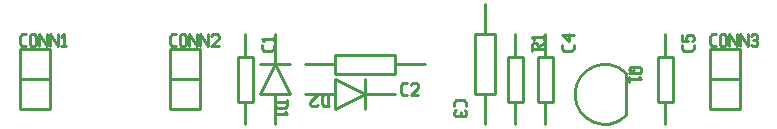
<source format=gbr>
G04 start of page 8 for group -4079 idx -4079 *
G04 Title: (unknown), topsilk *
G04 Creator: pcb 20110918 *
G04 CreationDate: Sun 02 Jun 2013 04:31:48 PM GMT UTC *
G04 For: commonadmin *
G04 Format: Gerber/RS-274X *
G04 PCB-Dimensions: 600000 500000 *
G04 PCB-Coordinate-Origin: lower left *
%MOIN*%
%FSLAX25Y25*%
%LNTOPSILK*%
%ADD45C,0.0100*%
G54D45*X120000Y40000D02*X130000D01*
X150000D02*X160000D01*
X130000Y43300D02*X150000D01*
Y36700D01*
X130000D01*
Y43300D01*
X190000Y27500D02*Y20000D01*
Y50000D02*Y42500D01*
X187500D02*Y27500D01*
Y42500D02*X192500D01*
Y27500D01*
X187500D02*X192500D01*
X200000D02*Y20000D01*
Y50000D02*Y42500D01*
X197500D02*Y27500D01*
Y42500D02*X202500D01*
Y27500D01*
X197500D02*X202500D01*
X140000Y30000D02*X150000D01*
X120000D02*X130000D01*
X140000D02*X130000Y25000D01*
Y35000D02*Y25000D01*
Y35000D02*X140000Y30000D01*
Y35000D02*Y25000D01*
X25000D02*X35000D01*
Y45000D02*Y25000D01*
X25000Y45000D02*X35000D01*
X25000D02*Y25000D01*
X35000Y35000D02*Y25000D01*
X25000Y35000D02*X35000D01*
X75000Y25000D02*X85000D01*
Y45000D02*Y25000D01*
X75000Y45000D02*X85000D01*
X75000D02*Y25000D01*
X85000Y35000D02*Y25000D01*
X75000Y35000D02*X85000D01*
X100000Y27500D02*Y20000D01*
Y50000D02*Y42500D01*
X97500D02*Y27500D01*
Y42500D02*X102500D01*
Y27500D01*
X97500D02*X102500D01*
X110000Y50000D02*Y40000D01*
Y30000D02*Y20000D01*
Y40000D02*X115000Y30000D01*
X105000D02*X115000D01*
X105000D02*X110000Y40000D01*
X105000D02*X115000D01*
X227000Y37000D02*Y23000D01*
X227071Y37071D02*G75*G03X227071Y22929I-7071J-7071D01*G01*
X240000Y27500D02*Y20000D01*
Y50000D02*Y42500D01*
X237500D02*Y27500D01*
Y42500D02*X242500D01*
Y27500D01*
X237500D02*X242500D01*
X180000Y60000D02*Y50000D01*
Y30000D02*Y20000D01*
X183300Y50000D02*Y30000D01*
X176700D02*X183300D01*
X176700Y50000D02*Y30000D01*
Y50000D02*X183300D01*
X255000Y25000D02*X265000D01*
Y45000D02*Y25000D01*
X255000Y45000D02*X265000D01*
X255000D02*Y25000D01*
X265000Y35000D02*Y25000D01*
X255000Y35000D02*X265000D01*
X152700Y29700D02*X154000D01*
X152000Y30400D02*X152700Y29700D01*
X152000Y33000D02*Y30400D01*
Y33000D02*X152700Y33700D01*
X154000D01*
X155200Y33200D02*X155700Y33700D01*
X157200D01*
X157700Y33200D01*
Y32200D01*
X155200Y29700D02*X157700Y32200D01*
X155200Y29700D02*X157700D01*
X110000Y27500D02*X114000D01*
Y26200D02*X113300Y25500D01*
X110700D02*X113300D01*
X110000Y26200D02*X110700Y25500D01*
X110000Y28000D02*Y26200D01*
X114000Y28000D02*Y26200D01*
X113200Y24300D02*X114000Y23500D01*
X110000D02*X114000D01*
X110000Y24300D02*Y22800D01*
X195500Y46500D02*Y44500D01*
Y46500D02*X196000Y47000D01*
X197000D01*
X197500Y46500D02*X197000Y47000D01*
X197500Y46500D02*Y45000D01*
X195500D02*X199500D01*
X197500Y45800D02*X199500Y47000D01*
X196300Y48200D02*X195500Y49000D01*
X199500D01*
Y49700D02*Y48200D01*
X209500Y46500D02*Y45200D01*
X208800Y44500D02*X209500Y45200D01*
X206200Y44500D02*X208800D01*
X206200D02*X205500Y45200D01*
Y46500D02*Y45200D01*
X208000Y47700D02*X205500Y49700D01*
X208000Y50200D02*Y47700D01*
X205500Y49700D02*X209500D01*
X127500Y30000D02*Y26000D01*
X126200D02*X125500Y26700D01*
Y29300D02*Y26700D01*
X126200Y30000D02*X125500Y29300D01*
X126200Y30000D02*X128000D01*
X126200Y26000D02*X128000D01*
X124300Y26500D02*X123800Y26000D01*
X122300D02*X123800D01*
X122300D02*X121800Y26500D01*
Y27500D02*Y26500D01*
X124300Y30000D02*X121800Y27500D01*
Y30000D02*X124300D01*
X169700Y27300D02*Y26000D01*
X170400Y28000D02*X169700Y27300D01*
X170400Y28000D02*X173000D01*
X173700Y27300D01*
Y26000D01*
X173200Y24800D02*X173700Y24300D01*
Y23300D01*
X173200Y22800D01*
X169700Y23300D02*X170200Y22800D01*
X169700Y24300D02*Y23300D01*
X170200Y24800D02*X169700Y24300D01*
X171900D02*Y23300D01*
X172400Y22800D02*X173200D01*
X170200D02*X171400D01*
X171900Y23300D01*
X172400Y22800D02*X171900Y23300D01*
X25700Y46000D02*X27000D01*
X25000Y46700D02*X25700Y46000D01*
X25000Y49300D02*Y46700D01*
Y49300D02*X25700Y50000D01*
X27000D01*
X28200Y49500D02*Y46500D01*
Y49500D02*X28700Y50000D01*
X29700D01*
X30200Y49500D01*
Y46500D01*
X29700Y46000D02*X30200Y46500D01*
X28700Y46000D02*X29700D01*
X28200Y46500D02*X28700Y46000D01*
X31400Y50000D02*Y46000D01*
Y50000D02*X33900Y46000D01*
Y50000D02*Y46000D01*
X35100Y50000D02*Y46000D01*
Y50000D02*X37600Y46000D01*
Y50000D02*Y46000D01*
X38800Y49200D02*X39600Y50000D01*
Y46000D01*
X38800D02*X40300D01*
X75700D02*X77000D01*
X75000Y46700D02*X75700Y46000D01*
X75000Y49300D02*Y46700D01*
Y49300D02*X75700Y50000D01*
X77000D01*
X78200Y49500D02*Y46500D01*
Y49500D02*X78700Y50000D01*
X79700D01*
X80200Y49500D01*
Y46500D01*
X79700Y46000D02*X80200Y46500D01*
X78700Y46000D02*X79700D01*
X78200Y46500D02*X78700Y46000D01*
X81400Y50000D02*Y46000D01*
Y50000D02*X83900Y46000D01*
Y50000D02*Y46000D01*
X85100Y50000D02*Y46000D01*
Y50000D02*X87600Y46000D01*
Y50000D02*Y46000D01*
X88800Y49500D02*X89300Y50000D01*
X90800D01*
X91300Y49500D01*
Y48500D01*
X88800Y46000D02*X91300Y48500D01*
X88800Y46000D02*X91300D01*
X109500Y46500D02*Y45200D01*
X108800Y44500D02*X109500Y45200D01*
X106200Y44500D02*X108800D01*
X106200D02*X105500Y45200D01*
Y46500D02*Y45200D01*
X106300Y47700D02*X105500Y48500D01*
X109500D01*
Y49200D02*Y47700D01*
X228500Y39000D02*X231500D01*
X232000Y38500D01*
Y37500D01*
X231500Y37000D01*
X229000D02*X231500D01*
X228000Y38000D02*X229000Y37000D01*
X228000Y38500D02*Y38000D01*
X228500Y39000D02*X228000Y38500D01*
X229500Y38000D02*X228000Y37000D01*
X231200Y35800D02*X232000Y35000D01*
X228000D02*X232000D01*
X228000Y35800D02*Y34300D01*
X249500Y46500D02*Y45200D01*
X248800Y44500D02*X249500Y45200D01*
X246200Y44500D02*X248800D01*
X246200D02*X245500Y45200D01*
Y46500D02*Y45200D01*
Y49700D02*Y47700D01*
X247500D01*
X247000Y48200D01*
Y49200D02*Y48200D01*
Y49200D02*X247500Y49700D01*
X249000D01*
X249500Y49200D02*X249000Y49700D01*
X249500Y49200D02*Y48200D01*
X249000Y47700D02*X249500Y48200D01*
X255700Y46000D02*X257000D01*
X255000Y46700D02*X255700Y46000D01*
X255000Y49300D02*Y46700D01*
Y49300D02*X255700Y50000D01*
X257000D01*
X258200Y49500D02*Y46500D01*
Y49500D02*X258700Y50000D01*
X259700D01*
X260200Y49500D01*
Y46500D01*
X259700Y46000D02*X260200Y46500D01*
X258700Y46000D02*X259700D01*
X258200Y46500D02*X258700Y46000D01*
X261400Y50000D02*Y46000D01*
Y50000D02*X263900Y46000D01*
Y50000D02*Y46000D01*
X265100Y50000D02*Y46000D01*
Y50000D02*X267600Y46000D01*
Y50000D02*Y46000D01*
X268800Y49500D02*X269300Y50000D01*
X270300D01*
X270800Y49500D01*
X270300Y46000D02*X270800Y46500D01*
X269300Y46000D02*X270300D01*
X268800Y46500D02*X269300Y46000D01*
Y48200D02*X270300D01*
X270800Y49500D02*Y48700D01*
Y47700D02*Y46500D01*
Y47700D02*X270300Y48200D01*
X270800Y48700D02*X270300Y48200D01*
M02*

</source>
